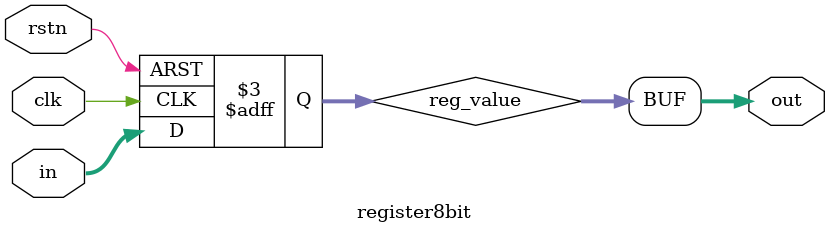
<source format=sv>
module register8bit 
(
	clk, rstn, in, out
);

input     clk;
input     rstn;
input  [7:0] in;
logic  [7:0] reg_value;
output [7:0] out;

always @(posedge clk or negedge rstn ) begin
	if (~rstn) begin
		reg_value   <= {8{1'b0}};
	end
	else begin
		reg_value   <= in;
	end
end

assign out = reg_value;

endmodule

</source>
